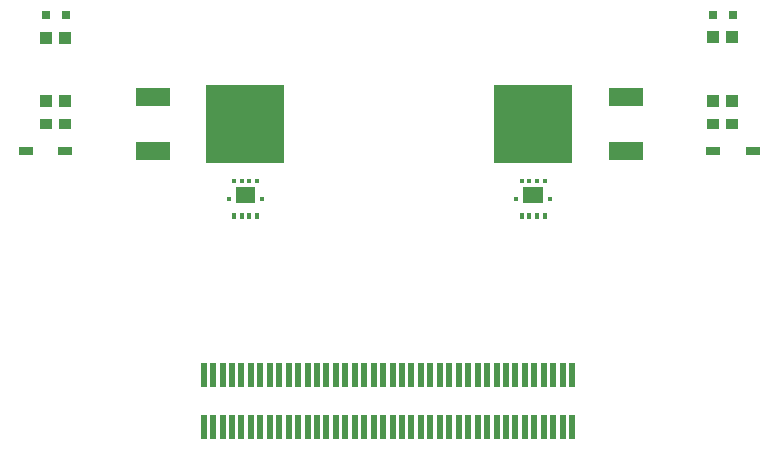
<source format=gtp>
G04*
G04 #@! TF.GenerationSoftware,Altium Limited,Altium Designer,24.2.2 (26)*
G04*
G04 Layer_Color=8421504*
%FSLAX44Y44*%
%MOMM*%
G71*
G04*
G04 #@! TF.SameCoordinates,D0D0D645-F3CD-4B60-A7FA-FB90DE8E9CDF*
G04*
G04*
G04 #@! TF.FilePolarity,Positive*
G04*
G01*
G75*
%ADD14R,0.5000X2.0000*%
%ADD15R,6.7000X6.7000*%
%ADD16R,3.0000X1.6000*%
%ADD17R,0.3500X0.5000*%
%ADD18R,0.3800X0.4300*%
%ADD19R,0.4000X0.3000*%
%ADD20R,1.0000X0.9500*%
%ADD21R,1.0500X1.0000*%
%ADD22R,1.2100X0.7300*%
%ADD23R,0.8000X0.8000*%
G36*
X-112432Y-91359D02*
Y-104641D01*
X-128868D01*
X-128868Y-91359D01*
X-112432D01*
D02*
G37*
G36*
X131117D02*
Y-104641D01*
X114682D01*
Y-91359D01*
X131117D01*
D02*
G37*
D14*
X-156000Y-251050D02*
D03*
Y-295050D02*
D03*
X-148000Y-251050D02*
D03*
Y-295050D02*
D03*
X-140000Y-251050D02*
D03*
Y-295050D02*
D03*
X-132000Y-251050D02*
D03*
Y-295050D02*
D03*
X-124000Y-251050D02*
D03*
Y-295050D02*
D03*
X-116000Y-251050D02*
D03*
Y-295050D02*
D03*
X-108000Y-251050D02*
D03*
Y-295050D02*
D03*
X-100000Y-251050D02*
D03*
Y-295050D02*
D03*
X-92000Y-251050D02*
D03*
Y-295050D02*
D03*
X-84000Y-251050D02*
D03*
Y-295050D02*
D03*
X-76000Y-251050D02*
D03*
Y-295050D02*
D03*
X-68000Y-251050D02*
D03*
Y-295050D02*
D03*
X-60000Y-251050D02*
D03*
Y-295050D02*
D03*
X-52000Y-251050D02*
D03*
Y-295050D02*
D03*
X-44000Y-251050D02*
D03*
Y-295050D02*
D03*
X-36000Y-251050D02*
D03*
Y-295050D02*
D03*
X-28000Y-251050D02*
D03*
Y-295050D02*
D03*
X-20000Y-251050D02*
D03*
Y-295050D02*
D03*
X-12000Y-251050D02*
D03*
Y-295050D02*
D03*
X-4000Y-251050D02*
D03*
Y-295050D02*
D03*
X4000Y-251050D02*
D03*
Y-295050D02*
D03*
X12000Y-251050D02*
D03*
Y-295050D02*
D03*
X20000Y-251050D02*
D03*
Y-295050D02*
D03*
X28000Y-251050D02*
D03*
Y-295050D02*
D03*
X36000Y-251050D02*
D03*
Y-295050D02*
D03*
X44000Y-251050D02*
D03*
Y-295050D02*
D03*
X52000Y-251050D02*
D03*
Y-295050D02*
D03*
X60000Y-251050D02*
D03*
Y-295050D02*
D03*
X68000Y-251050D02*
D03*
Y-295050D02*
D03*
X76000Y-251050D02*
D03*
Y-295050D02*
D03*
X84000Y-251050D02*
D03*
Y-295050D02*
D03*
X92000Y-251050D02*
D03*
Y-295050D02*
D03*
X100000Y-251050D02*
D03*
Y-295050D02*
D03*
X108000Y-251050D02*
D03*
Y-295050D02*
D03*
X116000Y-251050D02*
D03*
Y-295050D02*
D03*
X124000Y-251050D02*
D03*
Y-295050D02*
D03*
X132000Y-251050D02*
D03*
Y-295050D02*
D03*
X140000Y-251050D02*
D03*
Y-295050D02*
D03*
X148000Y-251050D02*
D03*
Y-295050D02*
D03*
X156000Y-251050D02*
D03*
Y-295050D02*
D03*
D15*
X-120650Y-38100D02*
D03*
X122900D02*
D03*
D16*
X-199150Y-60960D02*
D03*
Y-15240D02*
D03*
X201400Y-15240D02*
D03*
Y-60960D02*
D03*
D17*
X119650Y-115600D02*
D03*
X126150D02*
D03*
X113150D02*
D03*
X132650D02*
D03*
X-123900D02*
D03*
X-117400D02*
D03*
X-130400D02*
D03*
X-110900D02*
D03*
D18*
X108750Y-101600D02*
D03*
X137050D02*
D03*
X-134800D02*
D03*
X-106500D02*
D03*
D19*
X119650Y-86600D02*
D03*
X113150D02*
D03*
X126150D02*
D03*
X132650D02*
D03*
X-123900Y-86600D02*
D03*
X-130400D02*
D03*
X-117400D02*
D03*
X-110900D02*
D03*
D20*
X291300Y-38100D02*
D03*
X275300D02*
D03*
X-289050D02*
D03*
X-273050D02*
D03*
D21*
X291300Y-19050D02*
D03*
X275300D02*
D03*
X-289050D02*
D03*
X-273050D02*
D03*
X-273300Y34925D02*
D03*
X-289300D02*
D03*
X275300Y35200D02*
D03*
X291300D02*
D03*
D22*
X308900Y-60960D02*
D03*
X275300D02*
D03*
X-306650D02*
D03*
X-273050D02*
D03*
D23*
X-272800Y53975D02*
D03*
X-289300D02*
D03*
X275300D02*
D03*
X291800D02*
D03*
M02*

</source>
